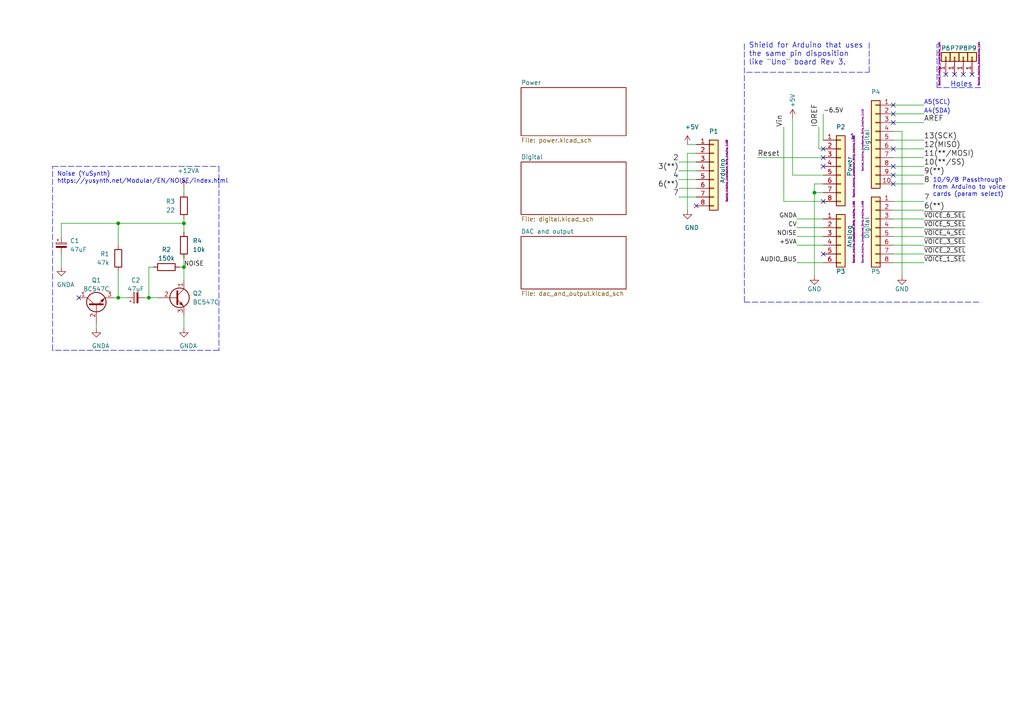
<source format=kicad_sch>
(kicad_sch (version 20211123) (generator eeschema)
  (paper "A4")
  (title_block (date "lun. 30 mars 2015"))
  (lib_symbols
    (symbol "Connector_Generic:Conn_01x01" (pin_names (offset 1.016) hide)
      (property "Reference" "J" (at 0 2.54 0))
      (property "Value" "Conn_01x01" (at 0 -2.54 0))
      (symbol "Conn_01x01_1_1"
        (rectangle (start -1.27 0.127) (end 0 -0.127) (stroke (width 0.1524)))
        (rectangle (start -1.27 1.27) (end 1.27 -1.27) (stroke (width 0.254)) (fill (type background)))
        (pin passive line (at -5.08 0 0) (length 3.81) (name "Pin_1") (number "1"))
      )
    )
    (symbol "Connector_Generic:Conn_01x06" (pin_names (offset 1.016) hide)
      (property "Reference" "J" (at 0 7.62 0))
      (property "Value" "Conn_01x06" (at 0 -10.16 0))
      (symbol "Conn_01x06_1_1"
        (rectangle (start -1.27 -7.493) (end 0 -7.747) (stroke (width 0.1524)))
        (rectangle (start -1.27 -4.953) (end 0 -5.207) (stroke (width 0.1524)))
        (rectangle (start -1.27 -2.413) (end 0 -2.667) (stroke (width 0.1524)))
        (rectangle (start -1.27 0.127) (end 0 -0.127) (stroke (width 0.1524)))
        (rectangle (start -1.27 2.667) (end 0 2.413) (stroke (width 0.1524)))
        (rectangle (start -1.27 5.207) (end 0 4.953) (stroke (width 0.1524)))
        (rectangle (start -1.27 6.35) (end 1.27 -8.89) (stroke (width 0.254)) (fill (type background)))
        (pin passive line (at -5.08 5.08 0) (length 3.81) (name "Pin_1") (number "1"))
        (pin passive line (at -5.08 2.54 0) (length 3.81) (name "Pin_2") (number "2"))
        (pin passive line (at -5.08 0 0) (length 3.81) (name "Pin_3") (number "3"))
        (pin passive line (at -5.08 -2.54 0) (length 3.81) (name "Pin_4") (number "4"))
        (pin passive line (at -5.08 -5.08 0) (length 3.81) (name "Pin_5") (number "5"))
        (pin passive line (at -5.08 -7.62 0) (length 3.81) (name "Pin_6") (number "6"))
      )
    )
    (symbol "Connector_Generic:Conn_01x08" (pin_names (offset 1.016) hide)
      (property "Reference" "J" (at 0 10.16 0))
      (property "Value" "Conn_01x08" (at 0 -12.7 0))
      (symbol "Conn_01x08_1_1"
        (rectangle (start -1.27 -10.033) (end 0 -10.287) (stroke (width 0.1524)))
        (rectangle (start -1.27 -7.493) (end 0 -7.747) (stroke (width 0.1524)))
        (rectangle (start -1.27 -4.953) (end 0 -5.207) (stroke (width 0.1524)))
        (rectangle (start -1.27 -2.413) (end 0 -2.667) (stroke (width 0.1524)))
        (rectangle (start -1.27 0.127) (end 0 -0.127) (stroke (width 0.1524)))
        (rectangle (start -1.27 2.667) (end 0 2.413) (stroke (width 0.1524)))
        (rectangle (start -1.27 5.207) (end 0 4.953) (stroke (width 0.1524)))
        (rectangle (start -1.27 7.747) (end 0 7.493) (stroke (width 0.1524)))
        (rectangle (start -1.27 8.89) (end 1.27 -11.43) (stroke (width 0.254)) (fill (type background)))
        (pin passive line (at -5.08 7.62 0) (length 3.81) (name "Pin_1") (number "1"))
        (pin passive line (at -5.08 5.08 0) (length 3.81) (name "Pin_2") (number "2"))
        (pin passive line (at -5.08 2.54 0) (length 3.81) (name "Pin_3") (number "3"))
        (pin passive line (at -5.08 0 0) (length 3.81) (name "Pin_4") (number "4"))
        (pin passive line (at -5.08 -2.54 0) (length 3.81) (name "Pin_5") (number "5"))
        (pin passive line (at -5.08 -5.08 0) (length 3.81) (name "Pin_6") (number "6"))
        (pin passive line (at -5.08 -7.62 0) (length 3.81) (name "Pin_7") (number "7"))
        (pin passive line (at -5.08 -10.16 0) (length 3.81) (name "Pin_8") (number "8"))
      )
    )
    (symbol "Connector_Generic:Conn_01x10" (pin_names (offset 1.016) hide)
      (property "Reference" "J" (at 0 12.7 0))
      (property "Value" "Conn_01x10" (at 0 -15.24 0))
      (symbol "Conn_01x10_1_1"
        (rectangle (start -1.27 -12.573) (end 0 -12.827) (stroke (width 0.1524)))
        (rectangle (start -1.27 -10.033) (end 0 -10.287) (stroke (width 0.1524)))
        (rectangle (start -1.27 -7.493) (end 0 -7.747) (stroke (width 0.1524)))
        (rectangle (start -1.27 -4.953) (end 0 -5.207) (stroke (width 0.1524)))
        (rectangle (start -1.27 -2.413) (end 0 -2.667) (stroke (width 0.1524)))
        (rectangle (start -1.27 0.127) (end 0 -0.127) (stroke (width 0.1524)))
        (rectangle (start -1.27 2.667) (end 0 2.413) (stroke (width 0.1524)))
        (rectangle (start -1.27 5.207) (end 0 4.953) (stroke (width 0.1524)))
        (rectangle (start -1.27 7.747) (end 0 7.493) (stroke (width 0.1524)))
        (rectangle (start -1.27 10.287) (end 0 10.033) (stroke (width 0.1524)))
        (rectangle (start -1.27 11.43) (end 1.27 -13.97) (stroke (width 0.254)) (fill (type background)))
        (pin passive line (at -5.08 10.16 0) (length 3.81) (name "Pin_1") (number "1"))
        (pin passive line (at -5.08 -12.7 0) (length 3.81) (name "Pin_10") (number "10"))
        (pin passive line (at -5.08 7.62 0) (length 3.81) (name "Pin_2") (number "2"))
        (pin passive line (at -5.08 5.08 0) (length 3.81) (name "Pin_3") (number "3"))
        (pin passive line (at -5.08 2.54 0) (length 3.81) (name "Pin_4") (number "4"))
        (pin passive line (at -5.08 0 0) (length 3.81) (name "Pin_5") (number "5"))
        (pin passive line (at -5.08 -2.54 0) (length 3.81) (name "Pin_6") (number "6"))
        (pin passive line (at -5.08 -5.08 0) (length 3.81) (name "Pin_7") (number "7"))
        (pin passive line (at -5.08 -7.62 0) (length 3.81) (name "Pin_8") (number "8"))
        (pin passive line (at -5.08 -10.16 0) (length 3.81) (name "Pin_9") (number "9"))
      )
    )
    (symbol "Device:C_Polarized_Small" (pin_numbers hide) (pin_names (offset 0.254) hide)
      (property "Reference" "C" (at 0.254 1.778 0))
      (property "Value" "C_Polarized_Small" (at 0.254 -2.032 0))
      (symbol "C_Polarized_Small_0_1"
        (rectangle (start -1.524 -0.3048) (end 1.524 -0.6858) (fill (type outline)))
        (rectangle (start -1.524 0.6858) (end 1.524 0.3048))
        (polyline (pts (xy -1.27 1.524) (xy -0.762 1.524)))
        (polyline (pts (xy -1.016 1.27) (xy -1.016 1.778)))
      )
      (symbol "C_Polarized_Small_1_1"
        (pin passive line (at 0 2.54 270) (length 1.8542) (name "~") (number "1"))
        (pin passive line (at 0 -2.54 90) (length 1.8542) (name "~") (number "2"))
      )
    )
    (symbol "Device:R" (pin_numbers hide) (pin_names (offset 0))
      (property "Reference" "R" (at 2.032 0 90))
      (property "Value" "R" (at 0 0 90))
      (symbol "R_0_1"
        (rectangle (start -1.016 -2.54) (end 1.016 2.54) (stroke (width 0.254)))
      )
      (symbol "R_1_1"
        (pin passive line (at 0 3.81 270) (length 1.27) (name "~") (number "1"))
        (pin passive line (at 0 -3.81 90) (length 1.27) (name "~") (number "2"))
      )
    )
    (symbol "Transistor_BJT:BC547" (pin_names (offset 0) hide)
      (property "Reference" "Q" (at 5.08 1.905 0))
      (property "Value" "BC547" (at 5.08 0 0))
      (symbol "BC547_0_1"
        (polyline (pts (xy 0 0) (xy 0.635 0)))
        (polyline (pts (xy 0.635 0.635) (xy 2.54 2.54)))
        (polyline (pts (xy 0.635 -0.635) (xy 2.54 -2.54) (xy 2.54 -2.54)))
        (polyline (pts (xy 0.635 1.905) (xy 0.635 -1.905) (xy 0.635 -1.905)) (stroke (width 0.508)))
        (polyline (pts (xy 1.27 -1.778) (xy 1.778 -1.27) (xy 2.286 -2.286) (xy 1.27 -1.778) (xy 1.27 -1.778)) (fill (type outline)))
        (circle (center 1.27 0) (radius 2.8194) (stroke (width 0.254)))
      )
      (symbol "BC547_1_1"
        (pin passive line (at 2.54 5.08 270) (length 2.54) (name "C") (number "1"))
        (pin input line (at -5.08 0 0) (length 5.08) (name "B") (number "2"))
        (pin passive line (at 2.54 -5.08 90) (length 2.54) (name "E") (number "3"))
      )
    )
    (symbol "power:+12VA" (power) (pin_names (offset 0))
      (property "Value" "+12VA" (at 0 3.556 0))
      (symbol "+12VA_0_1"
        (polyline (pts (xy -0.762 1.27) (xy 0 2.54)))
        (polyline (pts (xy 0 0) (xy 0 2.54)))
        (polyline (pts (xy 0 2.54) (xy 0.762 1.27)))
      )
      (symbol "+12VA_1_1"
        (pin power_in line (at 0 0 90) (length 0) hide (name "+12VA") (number "1"))
      )
    )
    (symbol "power:+5V" (power) (pin_names (offset 0))
      (property "Value" "+5V" (at 0 3.556 0))
      (symbol "+5V_0_1"
        (polyline (pts (xy -0.762 1.27) (xy 0 2.54)))
        (polyline (pts (xy 0 0) (xy 0 2.54)))
        (polyline (pts (xy 0 2.54) (xy 0.762 1.27)))
      )
      (symbol "+5V_1_1"
        (pin power_in line (at 0 0 90) (length 0) hide (name "+5V") (number "1"))
      )
    )
    (symbol "power:GND" (power) (pin_names (offset 0))
      (property "Value" "GND" (at 0 -3.81 0))
      (symbol "GND_0_1"
        (polyline (pts (xy 0 0) (xy 0 -1.27) (xy 1.27 -1.27) (xy 0 -2.54) (xy -1.27 -1.27) (xy 0 -1.27)))
      )
      (symbol "GND_1_1"
        (pin power_in line (at 0 0 270) (length 0) hide (name "GND") (number "1"))
      )
    )
    (symbol "power:GNDA" (power) (pin_names (offset 0))
      (property "Value" "GNDA" (at 0 -3.81 0))
      (symbol "GNDA_0_1"
        (polyline (pts (xy 0 0) (xy 0 -1.27) (xy 1.27 -1.27) (xy 0 -2.54) (xy -1.27 -1.27) (xy 0 -1.27)))
      )
      (symbol "GNDA_1_1"
        (pin power_in line (at 0 0 270) (length 0) hide (name "GNDA") (number "1"))
      )
    )
  )
  (junction (at 53.34 64.77))
  (junction (at 53.34 77.47))
  (junction (at 34.29 64.77))
  (junction (at 236.22 55.88))
  (junction (at 34.29 86.36))
  (junction (at 43.18 86.36))
  (no_connect (at 22.86 86.36))
  (no_connect (at 201.93 59.69))
  (no_connect (at 259.08 50.8))
  (no_connect (at 259.08 53.34))
  (no_connect (at 259.08 33.02))
  (no_connect (at 279.4 21.59))
  (no_connect (at 281.94 21.59))
  (no_connect (at 238.76 48.26))
  (no_connect (at 259.08 43.18))
  (no_connect (at 274.32 21.59))
  (no_connect (at 238.76 43.18))
  (no_connect (at 259.08 35.56))
  (no_connect (at 259.08 30.48))
  (no_connect (at 259.08 48.26))
  (no_connect (at 238.76 58.42))
  (no_connect (at 238.76 73.66))
  (no_connect (at 238.76 45.72))
  (no_connect (at 276.86 21.59))
  (polyline (pts (xy 271.78 25.4) (xy 271.78 12.7)))
  (wire (pts (xy 34.29 64.77) (xy 34.29 71.12)))
  (wire (pts (xy 259.08 71.12) (xy 267.97 71.12)))
  (wire (pts (xy 236.22 55.88) (xy 236.22 80.01)))
  (wire (pts (xy 27.94 95.25) (xy 27.94 93.98)))
  (wire (pts (xy 261.62 38.1) (xy 261.62 80.01)))
  (wire (pts (xy 259.08 43.18) (xy 267.97 43.18)))
  (wire (pts (xy 34.29 86.36) (xy 33.02 86.36)))
  (wire (pts (xy 36.83 86.36) (xy 34.29 86.36)))
  (wire (pts (xy 53.34 64.77) (xy 34.29 64.77)))
  (wire (pts (xy 259.08 53.34) (xy 267.97 53.34)))
  (wire (pts (xy 237.49 43.18) (xy 238.76 43.18)))
  (wire (pts (xy 196.85 49.53) (xy 201.93 49.53)))
  (wire (pts (xy 43.18 86.36) (xy 45.72 86.36)))
  (wire (pts (xy 259.08 60.96) (xy 267.97 60.96)))
  (wire (pts (xy 53.34 77.47) (xy 53.34 81.28)))
  (polyline (pts (xy 15.24 48.26) (xy 63.5 48.26)))
  (wire (pts (xy 44.45 77.47) (xy 43.18 77.47)))
  (wire (pts (xy 238.76 40.64) (xy 238.76 33.02)))
  (wire (pts (xy 259.08 66.04) (xy 267.97 66.04)))
  (wire (pts (xy 196.85 52.07) (xy 201.93 52.07)))
  (wire (pts (xy 259.08 35.56) (xy 267.97 35.56)))
  (wire (pts (xy 238.76 58.42) (xy 227.33 58.42)))
  (wire (pts (xy 199.39 44.45) (xy 201.93 44.45)))
  (polyline (pts (xy 15.24 101.6) (xy 15.24 48.26)))
  (polyline (pts (xy 284.48 25.4) (xy 271.78 25.4)))
  (polyline (pts (xy 252.095 20.955) (xy 252.095 12.065)))
  (wire (pts (xy 259.08 33.02) (xy 267.97 33.02)))
  (wire (pts (xy 238.76 63.5) (xy 231.14 63.5)))
  (wire (pts (xy 53.34 64.77) (xy 53.34 67.31)))
  (wire (pts (xy 238.76 50.8) (xy 229.87 50.8)))
  (wire (pts (xy 196.85 46.99) (xy 201.93 46.99)))
  (wire (pts (xy 238.76 71.12) (xy 231.14 71.12)))
  (wire (pts (xy 17.78 64.77) (xy 34.29 64.77)))
  (wire (pts (xy 53.34 95.25) (xy 53.34 91.44)))
  (wire (pts (xy 236.22 53.34) (xy 236.22 55.88)))
  (wire (pts (xy 238.76 66.04) (xy 231.14 66.04)))
  (wire (pts (xy 53.34 54.61) (xy 53.34 55.88)))
  (wire (pts (xy 259.08 73.66) (xy 267.97 73.66)))
  (wire (pts (xy 259.08 45.72) (xy 267.97 45.72)))
  (polyline (pts (xy 63.5 48.26) (xy 63.5 101.6)))
  (wire (pts (xy 227.33 58.42) (xy 227.33 36.83)))
  (wire (pts (xy 259.08 76.2) (xy 267.97 76.2)))
  (wire (pts (xy 231.14 68.58) (xy 238.76 68.58)))
  (wire (pts (xy 238.76 53.34) (xy 236.22 53.34)))
  (wire (pts (xy 238.76 76.2) (xy 231.14 76.2)))
  (wire (pts (xy 259.08 50.8) (xy 267.97 50.8)))
  (wire (pts (xy 259.08 48.26) (xy 267.97 48.26)))
  (polyline (pts (xy 215.9 12.7) (xy 215.9 87.63)))
  (wire (pts (xy 199.39 60.96) (xy 199.39 44.45)))
  (wire (pts (xy 259.08 68.58) (xy 267.97 68.58)))
  (wire (pts (xy 259.08 38.1) (xy 261.62 38.1)))
  (polyline (pts (xy 215.9 87.63) (xy 284.48 87.63)))
  (wire (pts (xy 259.08 58.42) (xy 267.97 58.42)))
  (wire (pts (xy 199.39 41.91) (xy 201.93 41.91)))
  (wire (pts (xy 17.78 77.47) (xy 17.78 73.66)))
  (wire (pts (xy 52.07 77.47) (xy 53.34 77.47)))
  (wire (pts (xy 53.34 74.93) (xy 53.34 77.47)))
  (wire (pts (xy 259.08 40.64) (xy 267.97 40.64)))
  (wire (pts (xy 229.87 50.8) (xy 229.87 34.29)))
  (polyline (pts (xy 216.535 20.955) (xy 252.095 20.955)))
  (wire (pts (xy 259.08 63.5) (xy 267.97 63.5)))
  (polyline (pts (xy 63.5 101.6) (xy 15.24 101.6)))
  (wire (pts (xy 259.08 30.48) (xy 267.97 30.48)))
  (wire (pts (xy 53.34 63.5) (xy 53.34 64.77)))
  (wire (pts (xy 196.85 54.61) (xy 201.93 54.61)))
  (wire (pts (xy 43.18 77.47) (xy 43.18 86.36)))
  (wire (pts (xy 41.91 86.36) (xy 43.18 86.36)))
  (wire (pts (xy 196.85 57.15) (xy 201.93 57.15)))
  (wire (pts (xy 34.29 78.74) (xy 34.29 86.36)))
  (wire (pts (xy 238.76 55.88) (xy 236.22 55.88)))
  (wire (pts (xy 238.76 45.72) (xy 219.71 45.72)))
  (wire (pts (xy 237.49 36.83) (xy 237.49 43.18)))
  (wire (pts (xy 17.78 68.58) (xy 17.78 64.77)))
  (text "Noise (YuSynth)\nhttps://yusynth.net/Modular/EN/NOISE/index.html" (at 16.51 53.34 0) (effects (font (size 1.27 1.27)) (justify left bottom)))
  (text "1" (at 246.38 40.64 0) (effects (font (size 1.524 1.524)) (justify left bottom)))
  (text "A5(SCL)" (at 267.97 30.48 0) (effects (font (size 1.27 1.27)) (justify left bottom)))
  (text "Holes" (at 275.59 25.4 0) (effects (font (size 1.524 1.524)) (justify left bottom)))
  (text "A4(SDA)" (at 267.97 33.02 0) (effects (font (size 1.27 1.27)) (justify left bottom)))
  (text "10/9/8 Passthrough \nfrom Arduino to voice \ncards (param select)" (at 270.51 57.15 0) (effects (font (size 1.27 1.27)) (justify left bottom)))
  (text "Shield for Arduino that uses\nthe same pin disposition\nlike \"Uno\" board Rev 3." (at 217.17 19.05 0) (effects (font (size 1.524 1.524)) (justify left bottom)))
  (label "CV" (at 231.14 66.04 180))
  (label "AUDIO_BUS" (at 231.14 76.2 180))
  (label "AREF" (at 267.97 35.56 0) (effects (font (size 1.524 1.524))))
  (label "~{VOICE_4_SEL}" (at 267.97 68.58 0))
  (label "6(**)" (at 267.97 60.96 0) (effects (font (size 1.524 1.524))))
  (label "11(**/MOSI)" (at 267.97 45.72 0) (effects (font (size 1.524 1.524))))
  (label "9(**)" (at 267.97 50.8 0) (effects (font (size 1.524 1.524))))
  (label "7" (at 267.97 58.42 0) (effects (font (size 1.524 1.524))))
  (label "3(**)" (at 196.85 49.53 180) (effects (font (size 1.524 1.524))))
  (label "8" (at 267.97 53.34 0) (effects (font (size 1.524 1.524))))
  (label "7" (at 196.85 57.15 180) (effects (font (size 1.524 1.524))))
  (label "Reset" (at 219.71 45.72 0) (effects (font (size 1.524 1.524))))
  (label "2" (at 196.85 46.99 180) (effects (font (size 1.524 1.524))))
  (label "10(**/SS)" (at 267.97 48.26 0) (effects (font (size 1.524 1.524))))
  (label "12(MISO)" (at 267.97 43.18 0) (effects (font (size 1.524 1.524))))
  (label "~{VOICE_5_SEL}" (at 267.97 66.04 0))
  (label "~{VOICE_1_SEL}" (at 267.97 76.2 0))
  (label "+5VA" (at 231.14 71.12 180))
  (label "4" (at 196.85 52.07 180) (effects (font (size 1.524 1.524))))
  (label "~{VOICE_3_SEL}" (at 267.97 71.12 0))
  (label "NOISE" (at 53.34 77.47 0))
  (label "GNDA" (at 231.14 63.5 180))
  (label "IOREF" (at 237.49 36.83 90) (effects (font (size 1.524 1.524))))
  (label "~{VOICE_2_SEL}" (at 267.97 73.66 0))
  (label "13(SCK)" (at 267.97 40.64 0) (effects (font (size 1.524 1.524))))
  (label "~{VOICE_6_SEL}" (at 267.97 63.5 0))
  (label "NOISE" (at 231.14 68.58 180))
  (label "Vin" (at 227.33 36.83 90) (effects (font (size 1.524 1.524))))
  (label "-6.5V" (at 238.76 33.02 0))
  (label "6(**)" (at 196.85 54.61 180) (effects (font (size 1.524 1.524))))
  (symbol (lib_id "Connector_Generic:Conn_01x08") (at 243.84 48.26 0) (unit 1)
    (property "Reference" "P2" (at 243.84 36.83 0))
    (property "Value" "Power" (at 246.38 48.26 90))
    (property "Footprint" "Socket_Arduino_Uno:Socket_Strip_Arduino_1x08" (at 247.65 48.26 90) (effects (font (size 0.508 0.508))))
  )
  (symbol (lib_id "power:+5V") (at 229.87 34.29 0) (unit 1)
    (property "Reference" "#PWR07" (effects hide))
    (property "Value" "+5V" (at 229.87 29.21 90))
  )
  (symbol (lib_id "power:GND") (at 236.22 80.01 0) (unit 1)
    (property "Reference" "#PWR08" (effects hide))
    (property "Value" "GND" (at 236.22 83.82 0))
  )
  (symbol (lib_id "power:GND") (at 261.62 80.01 0) (unit 1)
    (property "Reference" "#PWR09" (effects hide))
    (property "Value" "GND" (at 261.62 83.82 0))
  )
  (symbol (lib_id "Connector_Generic:Conn_01x06") (at 243.84 68.58 0) (unit 1)
    (property "Reference" "P3" (at 243.84 78.74 0))
    (property "Value" "Analog" (at 246.38 68.58 90))
    (property "Footprint" "Socket_Arduino_Uno:Socket_Strip_Arduino_1x06" (at 247.65 67.31 90) (effects (font (size 0.508 0.508))))
  )
  (symbol (lib_id "Connector_Generic:Conn_01x01") (at 274.32 16.51 90) (unit 1)
    (property "Reference" "P6" (at 274.32 13.97 90))
    (property "Value" "CONN_01X01" (effects hide))
    (property "Footprint" "Socket_Arduino_Uno:Arduino_1pin" (at 272.4404 18.5166 0) (effects (font (size 0.508 0.508))))
  )
  (symbol (lib_id "Connector_Generic:Conn_01x01") (at 276.86 16.51 90) (unit 1)
    (property "Reference" "P7" (at 276.86 13.97 90))
    (property "Value" "CONN_01X01" (effects hide))
    (property "Footprint" "Socket_Arduino_Uno:Arduino_1pin" (effects hide))
  )
  (symbol (lib_id "Connector_Generic:Conn_01x01") (at 279.4 16.51 90) (unit 1)
    (property "Reference" "P8" (at 279.4 13.97 90))
    (property "Value" "CONN_01X01" (effects hide))
    (property "Footprint" "Socket_Arduino_Uno:Arduino_1pin" (effects hide))
  )
  (symbol (lib_id "Connector_Generic:Conn_01x01") (at 281.94 16.51 90) (unit 1)
    (property "Reference" "P9" (at 281.94 13.97 90))
    (property "Value" "CONN_01X01" (effects hide))
    (property "Footprint" "Socket_Arduino_Uno:Arduino_1pin" (at 283.9212 18.4404 0) (effects (font (size 0.508 0.508))))
  )
  (symbol (lib_id "Connector_Generic:Conn_01x08") (at 254 66.04 0) (mirror y) (unit 1)
    (property "Reference" "P5" (at 254 78.74 0))
    (property "Value" "Digital" (at 251.46 66.04 90))
    (property "Footprint" "Socket_Arduino_Uno:Socket_Strip_Arduino_1x08" (at 250.19 67.31 90) (effects (font (size 0.508 0.508))))
  )
  (symbol (lib_id "Connector_Generic:Conn_01x10") (at 254 40.64 0) (mirror y) (unit 1)
    (property "Reference" "P4" (at 254 26.67 0))
    (property "Value" "Digital" (at 251.46 40.64 90))
    (property "Footprint" "Socket_Arduino_Uno:Socket_Strip_Arduino_1x10" (at 250.19 40.64 90) (effects (font (size 0.508 0.508))))
  )
  (symbol (lib_id "power:+5V") (at 199.39 41.91 0) (unit 1)
    (property "Reference" "#PWR05" (effects hide))
    (property "Value" "+5V" (at 200.66 36.83 0))
  )
  (symbol (lib_id "power:GND") (at 199.39 60.96 0) (unit 1)
    (property "Reference" "#PWR06" (effects hide))
    (property "Value" "GND" (at 200.66 66.04 0))
  )
  (symbol (lib_id "Transistor_BJT:BC547") (at 27.94 88.9 90) (unit 1)
    (property "Reference" "Q1" (at 27.94 81.28 90))
    (property "Value" "BC547C" (at 27.94 83.82 90))
    (property "Footprint" "Package_TO_SOT_THT:TO-92_Inline" (effects hide))
    (property "Datasheet" "http://www.fairchildsemi.com/ds/BC/BC547.pdf" (effects hide))
  )
  (symbol (lib_id "power:+12VA") (at 53.34 54.61 0) (unit 1)
    (property "Reference" "#PWR03" (effects hide))
    (property "Value" "+12VA" (at 54.61 49.53 0))
  )
  (symbol (lib_id "power:GNDA") (at 27.94 95.25 0) (unit 1)
    (property "Reference" "#PWR02" (effects hide))
    (property "Value" "GNDA" (at 29.21 100.33 0))
  )
  (symbol (lib_id "Device:C_Polarized_Small") (at 17.78 71.12 0) (unit 1)
    (property "Reference" "C1" (at 20.32 69.85 0) (effects (justify left)))
    (property "Value" "47uF" (at 20.32 72.39 0) (effects (justify left)))
    (property "Footprint" "Capacitor_THT:CP_Radial_D6.3mm_P2.50mm" (effects hide))
  )
  (symbol (lib_id "power:GNDA") (at 17.78 77.47 0) (unit 1)
    (property "Reference" "#PWR01" (effects hide))
    (property "Value" "GNDA" (at 19.05 82.55 0))
  )
  (symbol (lib_id "Device:R") (at 34.29 74.93 0) (unit 1)
    (property "Reference" "R1" (at 31.75 73.66 0) (effects (justify right)))
    (property "Value" "47k" (at 31.75 76.2 0) (effects (justify right)))
    (property "Footprint" "Resistor_THT:R_Axial_DIN0207_L6.3mm_D2.5mm_P7.62mm_Horizontal" (effects hide))
  )
  (symbol (lib_id "Device:R") (at 53.34 71.12 0) (unit 1)
    (property "Reference" "R4" (at 55.88 69.85 0) (effects (justify left)))
    (property "Value" "10k" (at 55.88 72.39 0) (effects (justify left)))
    (property "Footprint" "Resistor_THT:R_Axial_DIN0207_L6.3mm_D2.5mm_P7.62mm_Horizontal" (effects hide))
  )
  (symbol (lib_id "Transistor_BJT:BC547") (at 50.8 86.36 0) (unit 1)
    (property "Reference" "Q2" (at 55.88 85.09 0) (effects (justify left)))
    (property "Value" "BC547C" (at 55.88 87.63 0) (effects (justify left)))
    (property "Footprint" "Package_TO_SOT_THT:TO-92_Inline" (effects hide))
    (property "Datasheet" "http://www.fairchildsemi.com/ds/BC/BC547.pdf" (effects hide))
  )
  (symbol (lib_id "Device:C_Polarized_Small") (at 39.37 86.36 90) (unit 1)
    (property "Reference" "C2" (at 39.37 81.28 90))
    (property "Value" "47uF" (at 39.37 83.82 90))
    (property "Footprint" "Capacitor_THT:CP_Radial_D6.3mm_P2.50mm" (effects hide))
  )
  (symbol (lib_id "Connector_Generic:Conn_01x08") (at 207.01 49.53 0) (unit 1)
    (property "Reference" "P1" (at 207.01 38.1 0))
    (property "Value" "Arduino" (at 209.55 49.53 90))
    (property "Footprint" "Socket_Arduino_Uno:Socket_Strip_Arduino_1x08" (at 210.82 49.53 90) (effects (font (size 0.508 0.508))))
  )
  (symbol (lib_id "Device:R") (at 48.26 77.47 270) (unit 1)
    (property "Reference" "R2" (at 48.26 72.39 90))
    (property "Value" "150k" (at 48.26 74.93 90))
    (property "Footprint" "Resistor_THT:R_Axial_DIN0207_L6.3mm_D2.5mm_P7.62mm_Horizontal" (effects hide))
  )
  (symbol (lib_id "power:GNDA") (at 53.34 95.25 0) (unit 1)
    (property "Reference" "#PWR04" (effects hide))
    (property "Value" "GNDA" (at 54.61 100.33 0))
  )
  (symbol (lib_id "Device:R") (at 53.34 59.69 0) (unit 1)
    (property "Reference" "R3" (at 50.8 58.42 0) (effects (justify right)))
    (property "Value" "22" (at 50.8 60.96 0) (effects (justify right)))
    (property "Footprint" "Resistor_THT:R_Axial_DIN0207_L6.3mm_D2.5mm_P7.62mm_Horizontal" (effects hide))
  )
  (sheet (at 151.13 46.99) (size 30.48 15.24) (stroke (width 0.1524))
    (property "Sheet name" "Digital" (at 151.13 46.2784 0) (effects (justify left bottom)))
    (property "Sheet file" "digital.kicad_sch" (at 151.13 62.8146 0) (effects (justify left top)))
  )
  (sheet (at 151.13 68.58) (size 30.48 15.24) (stroke (width 0.1524))
    (property "Sheet name" "DAC and output" (at 151.13 67.8684 0) (effects (justify left bottom)))
    (property "Sheet file" "dac_and_output.kicad_sch" (at 151.13 84.4046 0) (effects (justify left top)))
  )
  (sheet (at 151.13 25.4) (size 30.48 13.97) (stroke (width 0.1524))
    (property "Sheet name" "Power" (at 151.13 24.6884 0) (effects (justify left bottom)))
    (property "Sheet file" "power.kicad_sch" (at 151.13 39.9546 0) (effects (justify left top)))
  )
)
</source>
